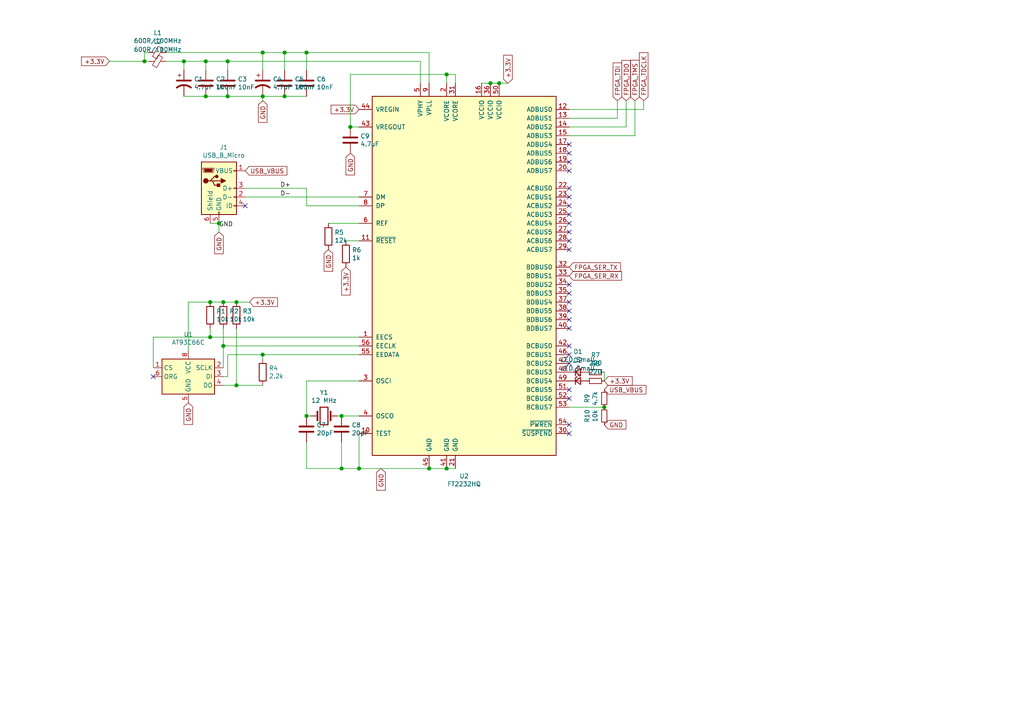
<source format=kicad_sch>
(kicad_sch (version 20200828) (generator eeschema)
  (page 2 8)
  (paper "A4")
  (lib_symbols
    (symbol "Device:C" (pin_numbers hide) (pin_names (offset 0.254))
      (property "Reference" "C" (at 0.635 2.54 0))
      (property "Value" "C" (at 0.635 -2.54 0))
      (symbol "C_0_1"
        (polyline (pts (xy -2.032 -0.762) (xy 2.032 -0.762)) (stroke (width 0.508)))
        (polyline (pts (xy -2.032 0.762) (xy 2.032 0.762)) (stroke (width 0.508)))
      )
      (symbol "C_1_1"
        (pin passive line (at 0 3.81 270) (length 2.794) (name "~") (number "1"))
        (pin passive line (at 0 -3.81 90) (length 2.794) (name "~") (number "2"))
      )
    )
    (symbol "Device:CP1" (pin_numbers hide) (pin_names (offset 0.254) hide)
      (property "Reference" "C" (at 0.635 2.54 0))
      (property "Value" "CP1" (at 0.635 -2.54 0))
      (symbol "CP1_0_1"
        (arc (start -2.032 -1.27) (end 2.032 -1.27) (radius (at 0 -3.81) (length 3.2512) (angles 128.7 51.3)) (stroke (width 0.508)))
        (polyline (pts (xy -2.032 0.762) (xy 2.032 0.762)) (stroke (width 0.508)))
        (polyline (pts (xy -1.778 2.286) (xy -0.762 2.286)))
        (polyline (pts (xy -1.27 1.778) (xy -1.27 2.794)))
      )
      (symbol "CP1_1_1"
        (pin passive line (at 0 3.81 270) (length 2.794) (name "~") (number "1"))
        (pin passive line (at 0 -3.81 90) (length 3.302) (name "~") (number "2"))
      )
    )
    (symbol "Device:Crystal" (pin_numbers hide) (pin_names (offset 1.016) hide)
      (property "Reference" "Y" (at 0 3.81 0))
      (property "Value" "Crystal" (at 0 -3.81 0))
      (symbol "Crystal_0_1"
        (rectangle (start -1.143 2.54) (end 1.143 -2.54) (stroke (width 0.3048)))
        (polyline (pts (xy -2.54 0) (xy -1.905 0)))
        (polyline (pts (xy -1.905 -1.27) (xy -1.905 1.27)) (stroke (width 0.508)))
        (polyline (pts (xy 1.905 -1.27) (xy 1.905 1.27)) (stroke (width 0.508)))
        (polyline (pts (xy 2.54 0) (xy 1.905 0)))
      )
      (symbol "Crystal_1_1"
        (pin passive line (at -3.81 0 0) (length 1.27) (name "1") (number "1"))
        (pin passive line (at 3.81 0 180) (length 1.27) (name "2") (number "2"))
      )
    )
    (symbol "Device:Ferrite_Bead_Small" (pin_numbers hide) (pin_names (offset 0))
      (property "Reference" "FB" (at 1.905 1.27 0))
      (property "Value" "Ferrite_Bead_Small" (at 1.905 -1.27 0))
      (symbol "Ferrite_Bead_Small_0_1"
        (polyline (pts (xy 0 -1.27) (xy 0 -0.7874)))
        (polyline (pts (xy 0 0.889) (xy 0 1.2954)))
        (polyline (pts (xy -1.8288 0.2794) (xy -1.1176 1.4986) (xy 1.8288 -0.2032) (xy 1.1176 -1.4224) (xy -1.8288 0.2794)))
      )
      (symbol "Ferrite_Bead_Small_1_1"
        (pin passive line (at 0 2.54 270) (length 1.27) (name "~") (number "1"))
        (pin passive line (at 0 -2.54 90) (length 1.27) (name "~") (number "2"))
      )
    )
    (symbol "Device:LED_Small" (pin_numbers hide) (pin_names (offset 0.254) hide)
      (property "Reference" "D" (at -1.27 3.175 0))
      (property "Value" "LED_Small" (at -4.445 -2.54 0))
      (symbol "LED_Small_0_1"
        (polyline (pts (xy -0.762 -1.016) (xy -0.762 1.016)) (stroke (width 0.254)))
        (polyline (pts (xy 1.016 0) (xy -0.762 0)))
        (polyline (pts (xy 0.762 -1.016) (xy -0.762 0) (xy 0.762 1.016) (xy 0.762 -1.016)) (stroke (width 0.254)))
        (polyline (pts (xy 0 0.762) (xy -0.508 1.27) (xy -0.254 1.27) (xy -0.508 1.27) (xy -0.508 1.016)))
        (polyline (pts (xy 0.508 1.27) (xy 0 1.778) (xy 0.254 1.778) (xy 0 1.778) (xy 0 1.524)))
      )
      (symbol "LED_Small_1_1"
        (pin passive line (at -2.54 0 0) (length 1.778) (name "K") (number "1"))
        (pin passive line (at 2.54 0 180) (length 1.778) (name "A") (number "2"))
      )
    )
    (symbol "Device:R" (pin_numbers hide) (pin_names (offset 0))
      (property "Reference" "R" (at 2.032 0 90))
      (property "Value" "R" (at 0 0 90))
      (symbol "R_0_1"
        (rectangle (start -1.016 -2.54) (end 1.016 2.54) (stroke (width 0.254)))
      )
      (symbol "R_1_1"
        (pin passive line (at 0 3.81 270) (length 1.27) (name "~") (number "1"))
        (pin passive line (at 0 -3.81 90) (length 1.27) (name "~") (number "2"))
      )
    )
    (symbol "Device:R_Small" (pin_numbers hide) (pin_names (offset 0.254) hide)
      (property "Reference" "R" (at 0.762 0.508 0))
      (property "Value" "R_Small" (at 0.762 -1.016 0))
      (symbol "R_Small_0_1"
        (rectangle (start -0.762 1.778) (end 0.762 -1.778) (stroke (width 0.2032)))
      )
      (symbol "R_Small_1_1"
        (pin passive line (at 0 2.54 270) (length 0.762) (name "~") (number "1"))
        (pin passive line (at 0 -2.54 90) (length 0.762) (name "~") (number "2"))
      )
    )
    (symbol "Fuzzy1:USB_B_Micro" (pin_names (offset 1.016))
      (property "Reference" "J" (at -5.08 11.43 0))
      (property "Value" "USB_B_Micro" (at -5.08 8.89 0))
      (symbol "USB_B_Micro_0_1"
        (circle (center -3.81 2.159) (radius 0.635) (stroke (width 0.254)) (fill (type outline)))
        (circle (center -0.635 3.429) (radius 0.381) (stroke (width 0.254)) (fill (type outline)))
        (rectangle (start -5.08 -7.62) (end 5.08 7.62) (stroke (width 0.254)) (fill (type background)))
        (rectangle (start -0.127 -7.62) (end 0.127 -6.858))
        (rectangle (start 0.254 1.27) (end -0.508 0.508) (stroke (width 0.254)) (fill (type outline)))
        (rectangle (start 5.08 -5.207) (end 4.318 -4.953))
        (rectangle (start 5.08 -2.667) (end 4.318 -2.413))
        (rectangle (start 5.08 -0.127) (end 4.318 0.127))
        (rectangle (start 5.08 4.953) (end 4.318 5.207))
        (polyline (pts (xy -1.905 2.159) (xy 0.635 2.159)) (stroke (width 0.254)))
        (polyline (pts (xy -3.175 2.159) (xy -2.54 2.159) (xy -1.27 3.429) (xy -0.635 3.429)) (stroke (width 0.254)))
        (polyline (pts (xy -2.54 2.159) (xy -1.905 2.159) (xy -1.27 0.889) (xy 0 0.889)) (stroke (width 0.254)))
        (polyline (pts (xy 0.635 2.794) (xy 0.635 1.524) (xy 1.905 2.159) (xy 0.635 2.794)) (stroke (width 0.254)) (fill (type outline)))
        (polyline (pts (xy -4.318 5.588) (xy -1.778 5.588) (xy -2.032 4.826) (xy -4.064 4.826) (xy -4.318 5.588)) (fill (type outline)))
        (polyline (pts (xy -4.699 5.842) (xy -4.699 5.588) (xy -4.445 4.826) (xy -4.445 4.572) (xy -1.651 4.572) (xy -1.651 4.826) (xy -1.397 5.588) (xy -1.397 5.842) (xy -4.699 5.842)))
      )
      (symbol "USB_B_Micro_1_1"
        (pin power_out line (at 7.62 5.08 180) (length 2.54) (name "VBUS") (number "1"))
        (pin passive line (at 7.62 -2.54 180) (length 2.54) (name "D-") (number "2"))
        (pin passive line (at 7.62 0 180) (length 2.54) (name "D+") (number "3"))
        (pin passive line (at 7.62 -5.08 180) (length 2.54) (name "ID") (number "4"))
        (pin power_in line (at 0 -10.16 90) (length 2.54) (name "GND") (number "5"))
        (pin passive line (at -2.54 -10.16 90) (length 2.54) (name "Shield") (number "6"))
      )
    )
    (symbol "Memory_EEPROM:93CxxC"
      (property "Reference" "U" (at -7.62 6.35 0))
      (property "Value" "93CxxC" (at 2.54 -6.35 0))
      (symbol "93CxxC_1_1"
        (rectangle (start -7.62 5.08) (end 7.62 -5.08) (stroke (width 0.254)) (fill (type background)))
        (pin input line (at -10.16 2.54 0) (length 2.54) (name "CS") (number "1"))
        (pin input line (at 10.16 2.54 180) (length 2.54) (name "SCLK") (number "2"))
        (pin input line (at 10.16 0 180) (length 2.54) (name "DI") (number "3"))
        (pin tri_state line (at 10.16 -2.54 180) (length 2.54) (name "DO") (number "4"))
        (pin power_in line (at 0 -7.62 90) (length 2.54) (name "GND") (number "5"))
        (pin input line (at -10.16 0 0) (length 2.54) (name "ORG") (number "6"))
        (pin unconnected line (at -7.62 -2.54 0) (length 2.54) hide (name "NC") (number "7"))
        (pin power_in line (at 0 7.62 270) (length 2.54) (name "VCC") (number "8"))
      )
    )
    (symbol "ft2232hq:FT2232HQ" (pin_names (offset 1.016))
      (property "Reference" "U" (at -26.67 53.34 0))
      (property "Value" "FT2232HQ" (at 19.05 53.34 0))
      (symbol "FT2232HQ_0_1"
        (rectangle (start -26.67 -52.07) (end 26.67 52.07) (stroke (width 0.254)) (fill (type background)))
      )
      (symbol "FT2232HQ_1_1"
        (pin output line (at -30.48 -17.78 0) (length 3.81) (name "EECS") (number "1"))
        (pin input line (at -30.48 -45.72 0) (length 3.81) (name "TEST") (number "10"))
        (pin input line (at -30.48 10.16 0) (length 3.81) (name "~RESET") (number "11"))
        (pin bidirectional line (at 30.48 48.26 180) (length 3.81) (name "ADBUS0") (number "12"))
        (pin bidirectional line (at 30.48 45.72 180) (length 3.81) (name "ADBUS1") (number "13"))
        (pin bidirectional line (at 30.48 43.18 180) (length 3.81) (name "ADBUS2") (number "14"))
        (pin bidirectional line (at 30.48 40.64 180) (length 3.81) (name "ADBUS3") (number "15"))
        (pin power_in line (at 5.08 55.88 270) (length 3.81) (name "VCCIO") (number "16"))
        (pin bidirectional line (at 30.48 38.1 180) (length 3.81) (name "ADBUS4") (number "17"))
        (pin bidirectional line (at 30.48 35.56 180) (length 3.81) (name "ADBUS5") (number "18"))
        (pin bidirectional line (at 30.48 33.02 180) (length 3.81) (name "ADBUS6") (number "19"))
        (pin power_in line (at -5.08 55.88 270) (length 3.81) (name "VCORE") (number "2"))
        (pin bidirectional line (at 30.48 30.48 180) (length 3.81) (name "ADBUS7") (number "20"))
        (pin power_in line (at -2.54 -55.88 90) (length 3.81) (name "GND") (number "21"))
        (pin bidirectional line (at 30.48 25.4 180) (length 3.81) (name "ACBUS0") (number "22"))
        (pin bidirectional line (at 30.48 22.86 180) (length 3.81) (name "ACBUS1") (number "23"))
        (pin bidirectional line (at 30.48 20.32 180) (length 3.81) (name "ACBUS2") (number "24"))
        (pin bidirectional line (at 30.48 17.78 180) (length 3.81) (name "ACBUS3") (number "25"))
        (pin bidirectional line (at 30.48 15.24 180) (length 3.81) (name "ACBUS4") (number "26"))
        (pin bidirectional line (at 30.48 12.7 180) (length 3.81) (name "ACBUS5") (number "27"))
        (pin bidirectional line (at 30.48 10.16 180) (length 3.81) (name "ACBUS6") (number "28"))
        (pin bidirectional line (at 30.48 7.62 180) (length 3.81) (name "ACBUS7") (number "29"))
        (pin input line (at -30.48 -30.48 0) (length 3.81) (name "OSCI") (number "3"))
        (pin output line (at 30.48 -45.72 180) (length 3.81) (name "~SUSPEND") (number "30"))
        (pin power_in line (at -2.54 55.88 270) (length 3.81) (name "VCORE") (number "31"))
        (pin bidirectional line (at 30.48 2.54 180) (length 3.81) (name "BDBUS0") (number "32"))
        (pin bidirectional line (at 30.48 0 180) (length 3.81) (name "BDBUS1") (number "33"))
        (pin bidirectional line (at 30.48 -2.54 180) (length 3.81) (name "BDBUS2") (number "34"))
        (pin bidirectional line (at 30.48 -5.08 180) (length 3.81) (name "BDBUS3") (number "35"))
        (pin power_in line (at 7.62 55.88 270) (length 3.81) (name "VCCIO") (number "36"))
        (pin bidirectional line (at 30.48 -7.62 180) (length 3.81) (name "BDBUS4") (number "37"))
        (pin bidirectional line (at 30.48 -10.16 180) (length 3.81) (name "BDBUS5") (number "38"))
        (pin bidirectional line (at 30.48 -12.7 180) (length 3.81) (name "BDBUS6") (number "39"))
        (pin output line (at -30.48 -40.64 0) (length 3.81) (name "OSCO") (number "4"))
        (pin bidirectional line (at 30.48 -15.24 180) (length 3.81) (name "BDBUS7") (number "40"))
        (pin power_in line (at -5.08 -55.88 90) (length 3.81) (name "GND") (number "41"))
        (pin bidirectional line (at 30.48 -20.32 180) (length 3.81) (name "BCBUS0") (number "42"))
        (pin power_out line (at -30.48 43.18 0) (length 3.81) (name "VREGOUT") (number "43"))
        (pin power_in line (at -30.48 48.26 0) (length 3.81) (name "VREGIN") (number "44"))
        (pin power_in line (at -10.16 -55.88 90) (length 3.81) (name "GND") (number "45"))
        (pin bidirectional line (at 30.48 -22.86 180) (length 3.81) (name "BCBUS1") (number "46"))
        (pin bidirectional line (at 30.48 -25.4 180) (length 3.81) (name "BCBUS2") (number "47"))
        (pin bidirectional line (at 30.48 -27.94 180) (length 3.81) (name "BCBUS3") (number "48"))
        (pin bidirectional line (at 30.48 -30.48 180) (length 3.81) (name "BCBUS4") (number "49"))
        (pin power_in line (at -12.7 55.88 270) (length 3.81) (name "VPHY") (number "5"))
        (pin power_in line (at 10.16 55.88 270) (length 3.81) (name "VCCIO") (number "50"))
        (pin bidirectional line (at 30.48 -33.02 180) (length 3.81) (name "BCBUS5") (number "51"))
        (pin bidirectional line (at 30.48 -35.56 180) (length 3.81) (name "BCBUS6") (number "52"))
        (pin bidirectional line (at 30.48 -38.1 180) (length 3.81) (name "BCBUS7") (number "53"))
        (pin output line (at 30.48 -43.18 180) (length 3.81) (name "~PWREN") (number "54"))
        (pin bidirectional line (at -30.48 -22.86 0) (length 3.81) (name "EEDATA") (number "55"))
        (pin output line (at -30.48 -20.32 0) (length 3.81) (name "EECLK") (number "56"))
        (pin output line (at -30.48 15.24 0) (length 3.81) (name "REF") (number "6"))
        (pin bidirectional line (at -30.48 22.86 0) (length 3.81) (name "DM") (number "7"))
        (pin bidirectional line (at -30.48 20.32 0) (length 3.81) (name "DP") (number "8"))
        (pin input line (at -10.16 55.88 270) (length 3.81) (name "VPLL") (number "9"))
      )
    )
  )
  (junction (at 41.91 17.78) (diameter 1.016))
  (junction (at 53.34 17.78) (diameter 1.016))
  (junction (at 59.69 17.78) (diameter 1.016))
  (junction (at 59.69 27.94) (diameter 1.016))
  (junction (at 60.96 87.63) (diameter 1.016))
  (junction (at 60.96 97.79) (diameter 1.016))
  (junction (at 63.5 64.77) (diameter 1.016))
  (junction (at 64.77 87.63) (diameter 1.016))
  (junction (at 64.77 100.33) (diameter 1.016))
  (junction (at 66.04 17.78) (diameter 1.016))
  (junction (at 66.04 27.94) (diameter 1.016))
  (junction (at 68.58 87.63) (diameter 1.016))
  (junction (at 68.58 111.76) (diameter 1.016))
  (junction (at 76.2 15.24) (diameter 1.016))
  (junction (at 76.2 27.94) (diameter 1.016))
  (junction (at 76.2 102.87) (diameter 1.016))
  (junction (at 82.55 15.24) (diameter 1.016))
  (junction (at 82.55 27.94) (diameter 1.016))
  (junction (at 88.9 15.24) (diameter 1.016))
  (junction (at 88.9 120.65) (diameter 1.016))
  (junction (at 99.06 120.65) (diameter 1.016))
  (junction (at 99.06 135.89) (diameter 1.016))
  (junction (at 101.6 36.83) (diameter 1.016))
  (junction (at 104.14 135.89) (diameter 1.016))
  (junction (at 124.46 135.89) (diameter 1.016))
  (junction (at 129.54 21.59) (diameter 1.016))
  (junction (at 129.54 135.89) (diameter 1.016))
  (junction (at 142.24 24.13) (diameter 1.016))
  (junction (at 144.78 24.13) (diameter 1.016))
  (junction (at 175.26 118.11) (diameter 1.016))
  (no_connect (at 165.1 115.57))
  (no_connect (at 165.1 85.09))
  (no_connect (at 165.1 49.53))
  (no_connect (at 165.1 82.55))
  (no_connect (at 165.1 123.19))
  (no_connect (at 71.12 59.69))
  (no_connect (at 165.1 90.17))
  (no_connect (at 165.1 125.73))
  (no_connect (at 165.1 64.77))
  (no_connect (at 165.1 92.71))
  (no_connect (at 165.1 46.99))
  (no_connect (at 44.45 109.22))
  (no_connect (at 165.1 69.85))
  (no_connect (at 165.1 105.41))
  (no_connect (at 165.1 100.33))
  (no_connect (at 165.1 41.91))
  (no_connect (at 165.1 113.03))
  (no_connect (at 165.1 54.61))
  (no_connect (at 165.1 95.25))
  (no_connect (at 165.1 67.31))
  (no_connect (at 165.1 72.39))
  (no_connect (at 165.1 102.87))
  (no_connect (at 165.1 62.23))
  (no_connect (at 165.1 59.69))
  (no_connect (at 165.1 44.45))
  (no_connect (at 165.1 87.63))
  (no_connect (at 165.1 57.15))
  (wire (pts (xy 31.75 17.78) (xy 41.91 17.78)))
  (wire (pts (xy 41.91 15.24) (xy 43.18 15.24)))
  (wire (pts (xy 41.91 17.78) (xy 41.91 15.24)))
  (wire (pts (xy 41.91 17.78) (xy 43.18 17.78)))
  (wire (pts (xy 44.45 97.79) (xy 60.96 97.79)))
  (wire (pts (xy 44.45 106.68) (xy 44.45 97.79)))
  (wire (pts (xy 48.26 15.24) (xy 76.2 15.24)))
  (wire (pts (xy 48.26 17.78) (xy 53.34 17.78)))
  (wire (pts (xy 53.34 17.78) (xy 53.34 20.32)))
  (wire (pts (xy 54.61 87.63) (xy 54.61 101.6)))
  (wire (pts (xy 59.69 17.78) (xy 53.34 17.78)))
  (wire (pts (xy 59.69 17.78) (xy 59.69 20.32)))
  (wire (pts (xy 59.69 27.94) (xy 53.34 27.94)))
  (wire (pts (xy 60.96 64.77) (xy 63.5 64.77)))
  (wire (pts (xy 60.96 87.63) (xy 54.61 87.63)))
  (wire (pts (xy 60.96 95.25) (xy 60.96 97.79)))
  (wire (pts (xy 60.96 97.79) (xy 104.14 97.79)))
  (wire (pts (xy 63.5 64.77) (xy 63.5 67.31)))
  (wire (pts (xy 64.77 87.63) (xy 60.96 87.63)))
  (wire (pts (xy 64.77 100.33) (xy 64.77 95.25)))
  (wire (pts (xy 64.77 106.68) (xy 64.77 100.33)))
  (wire (pts (xy 64.77 111.76) (xy 68.58 111.76)))
  (wire (pts (xy 66.04 17.78) (xy 59.69 17.78)))
  (wire (pts (xy 66.04 17.78) (xy 121.92 17.78)))
  (wire (pts (xy 66.04 20.32) (xy 66.04 17.78)))
  (wire (pts (xy 66.04 27.94) (xy 59.69 27.94)))
  (wire (pts (xy 66.04 102.87) (xy 66.04 109.22)))
  (wire (pts (xy 66.04 109.22) (xy 64.77 109.22)))
  (wire (pts (xy 68.58 87.63) (xy 64.77 87.63)))
  (wire (pts (xy 68.58 95.25) (xy 68.58 111.76)))
  (wire (pts (xy 68.58 111.76) (xy 76.2 111.76)))
  (wire (pts (xy 71.12 54.61) (xy 88.9 54.61)))
  (wire (pts (xy 71.12 57.15) (xy 104.14 57.15)))
  (wire (pts (xy 72.39 87.63) (xy 68.58 87.63)))
  (wire (pts (xy 76.2 15.24) (xy 82.55 15.24)))
  (wire (pts (xy 76.2 20.32) (xy 76.2 15.24)))
  (wire (pts (xy 76.2 27.94) (xy 66.04 27.94)))
  (wire (pts (xy 76.2 29.21) (xy 76.2 27.94)))
  (wire (pts (xy 76.2 102.87) (xy 66.04 102.87)))
  (wire (pts (xy 76.2 104.14) (xy 76.2 102.87)))
  (wire (pts (xy 82.55 15.24) (xy 88.9 15.24)))
  (wire (pts (xy 82.55 20.32) (xy 82.55 15.24)))
  (wire (pts (xy 82.55 27.94) (xy 76.2 27.94)))
  (wire (pts (xy 88.9 15.24) (xy 124.46 15.24)))
  (wire (pts (xy 88.9 20.32) (xy 88.9 15.24)))
  (wire (pts (xy 88.9 27.94) (xy 82.55 27.94)))
  (wire (pts (xy 88.9 54.61) (xy 88.9 59.69)))
  (wire (pts (xy 88.9 59.69) (xy 104.14 59.69)))
  (wire (pts (xy 88.9 110.49) (xy 104.14 110.49)))
  (wire (pts (xy 88.9 120.65) (xy 88.9 110.49)))
  (wire (pts (xy 88.9 120.65) (xy 90.17 120.65)))
  (wire (pts (xy 88.9 135.89) (xy 88.9 128.27)))
  (wire (pts (xy 95.25 64.77) (xy 104.14 64.77)))
  (wire (pts (xy 99.06 120.65) (xy 97.79 120.65)))
  (wire (pts (xy 99.06 120.65) (xy 104.14 120.65)))
  (wire (pts (xy 99.06 128.27) (xy 99.06 135.89)))
  (wire (pts (xy 99.06 135.89) (xy 88.9 135.89)))
  (wire (pts (xy 100.33 69.85) (xy 104.14 69.85)))
  (wire (pts (xy 101.6 21.59) (xy 129.54 21.59)))
  (wire (pts (xy 101.6 36.83) (xy 101.6 21.59)))
  (wire (pts (xy 104.14 36.83) (xy 101.6 36.83)))
  (wire (pts (xy 104.14 100.33) (xy 64.77 100.33)))
  (wire (pts (xy 104.14 102.87) (xy 76.2 102.87)))
  (wire (pts (xy 104.14 125.73) (xy 104.14 135.89)))
  (wire (pts (xy 104.14 135.89) (xy 99.06 135.89)))
  (wire (pts (xy 104.14 135.89) (xy 124.46 135.89)))
  (wire (pts (xy 121.92 17.78) (xy 121.92 24.13)))
  (wire (pts (xy 124.46 15.24) (xy 124.46 24.13)))
  (wire (pts (xy 124.46 135.89) (xy 129.54 135.89)))
  (wire (pts (xy 129.54 21.59) (xy 132.08 21.59)))
  (wire (pts (xy 129.54 24.13) (xy 129.54 21.59)))
  (wire (pts (xy 129.54 135.89) (xy 132.08 135.89)))
  (wire (pts (xy 132.08 24.13) (xy 132.08 21.59)))
  (wire (pts (xy 139.7 24.13) (xy 142.24 24.13)))
  (wire (pts (xy 142.24 24.13) (xy 144.78 24.13)))
  (wire (pts (xy 144.78 24.13) (xy 147.32 24.13)))
  (wire (pts (xy 165.1 31.75) (xy 186.69 31.75)))
  (wire (pts (xy 165.1 36.83) (xy 181.61 36.83)))
  (wire (pts (xy 165.1 118.11) (xy 175.26 118.11)))
  (wire (pts (xy 175.26 110.49) (xy 175.26 107.95)))
  (wire (pts (xy 179.07 29.21) (xy 179.07 34.29)))
  (wire (pts (xy 179.07 34.29) (xy 165.1 34.29)))
  (wire (pts (xy 181.61 29.21) (xy 181.61 36.83)))
  (wire (pts (xy 184.15 29.21) (xy 184.15 39.37)))
  (wire (pts (xy 184.15 39.37) (xy 165.1 39.37)))
  (wire (pts (xy 186.69 29.21) (xy 186.69 31.75)))
  (label "GND" (at 63.5 66.04 0))
  (label "D+" (at 81.28 54.61 0))
  (label "D-" (at 81.28 57.15 0))
  (global_label "+3.3V" (shape input) (at 31.75 17.78 180))
  (global_label "GND" (shape input) (at 54.61 116.84 270))
  (global_label "GND" (shape input) (at 63.5 67.31 270))
  (global_label "USB_VBUS" (shape input) (at 71.12 49.53 0))
  (global_label "+3.3V" (shape input) (at 72.39 87.63 0))
  (global_label "GND" (shape input) (at 76.2 29.21 270))
  (global_label "GND" (shape input) (at 95.25 72.39 270))
  (global_label "+3.3V" (shape input) (at 100.33 77.47 270))
  (global_label "GND" (shape input) (at 101.6 44.45 270))
  (global_label "+3.3V" (shape input) (at 104.14 31.75 180))
  (global_label "GND" (shape input) (at 110.49 135.89 270))
  (global_label "+3.3V" (shape input) (at 147.32 24.13 90))
  (global_label "FPGA_SER_TX" (shape input) (at 165.1 77.47 0))
  (global_label "FPGA_SER_RX" (shape input) (at 165.1 80.01 0))
  (global_label "+3.3V" (shape input) (at 175.26 110.49 0))
  (global_label "USB_VBUS" (shape input) (at 175.26 113.03 0))
  (global_label "GND" (shape input) (at 175.26 123.19 0))
  (global_label "FPGA_TDI" (shape input) (at 179.07 29.21 90))
  (global_label "FPGA_TDO" (shape input) (at 181.61 29.21 90))
  (global_label "FPGA_TMS" (shape input) (at 184.15 29.21 90))
  (global_label "FPGA_TDCLK" (shape input) (at 186.69 29.21 90))
  (symbol (lib_id "Device:R_Small") (at 172.72 107.95 270) (unit 1)
    (property "Reference" "R7" (at 172.72 102.9716 90))
    (property "Value" "220" (at 172.72 105.283 90))
    (property "Footprint" "Resistor_SMD:R_0603_1608Metric" (effects hide))
  )
  (symbol (lib_id "Device:R_Small") (at 172.72 110.49 270) (unit 1)
    (property "Reference" "R8" (at 172.72 105.5116 90))
    (property "Value" "220" (at 172.72 107.823 90))
    (property "Footprint" "Resistor_SMD:R_0603_1608Metric" (effects hide))
  )
  (symbol (lib_id "Device:R_Small") (at 175.26 115.57 0) (unit 1)
    (property "Reference" "R9" (at 170.2816 115.57 90))
    (property "Value" "4.7k" (at 172.593 115.57 90))
    (property "Footprint" "Resistor_SMD:R_0603_1608Metric" (effects hide))
  )
  (symbol (lib_id "Device:R_Small") (at 175.26 120.65 0) (unit 1)
    (property "Reference" "R10" (at 170.2816 120.65 90))
    (property "Value" "10k" (at 172.593 120.65 90))
    (property "Footprint" "Resistor_SMD:R_0603_1608Metric" (effects hide))
  )
  (symbol (lib_id "Device:LED_Small") (at 167.64 107.95 0) (unit 1)
    (property "Reference" "D1" (at 167.64 101.981 0))
    (property "Value" "LED_Small" (at 167.64 104.2924 0))
    (property "Footprint" "LED_SMD:LED_0603_1608Metric" (effects hide))
  )
  (symbol (lib_id "Device:LED_Small") (at 167.64 110.49 0) (unit 1)
    (property "Reference" "D2" (at 167.64 104.521 0))
    (property "Value" "LED_Small" (at 167.64 106.8324 0))
    (property "Footprint" "LED_SMD:LED_0603_1608Metric" (effects hide))
  )
  (symbol (lib_id "Device:R") (at 60.96 91.44 0) (unit 1)
    (property "Reference" "R1" (at 62.738 90.2716 0) (effects (justify left)))
    (property "Value" "10k" (at 62.738 92.583 0) (effects (justify left)))
    (property "Footprint" "Resistor_SMD:R_0603_1608Metric" (effects hide))
  )
  (symbol (lib_id "Device:R") (at 64.77 91.44 0) (unit 1)
    (property "Reference" "R2" (at 66.548 90.2716 0) (effects (justify left)))
    (property "Value" "10k" (at 66.548 92.583 0) (effects (justify left)))
    (property "Footprint" "Resistor_SMD:R_0603_1608Metric" (effects hide))
  )
  (symbol (lib_id "Device:R") (at 68.58 91.44 0) (unit 1)
    (property "Reference" "R3" (at 70.358 90.2716 0) (effects (justify left)))
    (property "Value" "10k" (at 70.358 92.583 0) (effects (justify left)))
    (property "Footprint" "Resistor_SMD:R_0603_1608Metric" (effects hide))
  )
  (symbol (lib_id "Device:R") (at 76.2 107.95 0) (unit 1)
    (property "Reference" "R4" (at 77.978 106.7816 0) (effects (justify left)))
    (property "Value" "2.2k" (at 77.978 109.093 0) (effects (justify left)))
    (property "Footprint" "Resistor_SMD:R_0603_1608Metric" (effects hide))
  )
  (symbol (lib_id "Device:R") (at 95.25 68.58 0) (unit 1)
    (property "Reference" "R5" (at 97.028 67.4116 0) (effects (justify left)))
    (property "Value" "12k" (at 97.028 69.723 0) (effects (justify left)))
    (property "Footprint" "Resistor_SMD:R_0603_1608Metric" (effects hide))
  )
  (symbol (lib_id "Device:R") (at 100.33 73.66 0) (unit 1)
    (property "Reference" "R6" (at 102.108 72.4916 0) (effects (justify left)))
    (property "Value" "1k" (at 102.108 74.803 0) (effects (justify left)))
    (property "Footprint" "Resistor_SMD:R_0603_1608Metric" (effects hide))
  )
  (symbol (lib_id "Device:Ferrite_Bead_Small") (at 45.72 15.24 90) (unit 1)
    (property "Reference" "L1" (at 45.72 9.525 90))
    (property "Value" "600R/100MHz" (at 45.72 11.8364 90))
    (property "Footprint" "Resistor_SMD:R_0603_1608Metric" (effects hide))
  )
  (symbol (lib_id "Device:Ferrite_Bead_Small") (at 45.72 17.78 90) (unit 1)
    (property "Reference" "L2" (at 45.72 12.065 90))
    (property "Value" "600R/100MHz" (at 45.72 14.3764 90))
    (property "Footprint" "Resistor_SMD:R_0603_1608Metric" (effects hide))
  )
  (symbol (lib_id "Device:CP1") (at 53.34 24.13 0) (unit 1)
    (property "Reference" "C1" (at 56.261 22.9616 0) (effects (justify left)))
    (property "Value" "4.7uF TA" (at 56.261 25.273 0) (effects (justify left)))
    (property "Footprint" "Capacitor_SMD:C_0603_1608Metric" (effects hide))
  )
  (symbol (lib_id "Device:C") (at 59.69 24.13 0) (unit 1)
    (property "Reference" "C2" (at 62.611 22.9616 0) (effects (justify left)))
    (property "Value" "100nF" (at 62.611 25.273 0) (effects (justify left)))
    (property "Footprint" "Capacitor_SMD:C_0603_1608Metric" (effects hide))
  )
  (symbol (lib_id "Device:C") (at 66.04 24.13 0) (unit 1)
    (property "Reference" "C3" (at 68.961 22.9616 0) (effects (justify left)))
    (property "Value" "10nF" (at 68.961 25.273 0) (effects (justify left)))
    (property "Footprint" "Capacitor_SMD:C_0603_1608Metric" (effects hide))
  )
  (symbol (lib_id "Device:CP1") (at 76.2 24.13 0) (unit 1)
    (property "Reference" "C4" (at 79.121 22.9616 0) (effects (justify left)))
    (property "Value" "4.7uF TA" (at 79.121 25.273 0) (effects (justify left)))
    (property "Footprint" "Capacitor_SMD:C_0603_1608Metric" (effects hide))
  )
  (symbol (lib_id "Device:C") (at 82.55 24.13 0) (unit 1)
    (property "Reference" "C5" (at 85.471 22.9616 0) (effects (justify left)))
    (property "Value" "100nF" (at 85.471 25.273 0) (effects (justify left)))
    (property "Footprint" "Capacitor_SMD:C_0603_1608Metric" (effects hide))
  )
  (symbol (lib_id "Device:C") (at 88.9 24.13 0) (unit 1)
    (property "Reference" "C6" (at 91.821 22.9616 0) (effects (justify left)))
    (property "Value" "10nF" (at 91.821 25.273 0) (effects (justify left)))
    (property "Footprint" "Capacitor_SMD:C_0603_1608Metric" (effects hide))
  )
  (symbol (lib_id "Device:C") (at 88.9 124.46 0) (unit 1)
    (property "Reference" "C7" (at 91.821 123.2916 0) (effects (justify left)))
    (property "Value" "20pF" (at 91.821 125.603 0) (effects (justify left)))
    (property "Footprint" "Capacitor_SMD:C_0603_1608Metric" (effects hide))
  )
  (symbol (lib_id "Device:C") (at 99.06 124.46 0) (unit 1)
    (property "Reference" "C8" (at 101.981 123.2916 0) (effects (justify left)))
    (property "Value" "20pF" (at 101.981 125.603 0) (effects (justify left)))
    (property "Footprint" "Capacitor_SMD:C_0603_1608Metric" (effects hide))
  )
  (symbol (lib_id "Device:C") (at 101.6 40.64 0) (unit 1)
    (property "Reference" "C9" (at 104.521 39.4716 0) (effects (justify left)))
    (property "Value" "4.7uF" (at 104.521 41.783 0) (effects (justify left)))
    (property "Footprint" "Capacitor_SMD:C_0603_1608Metric" (effects hide))
  )
  (symbol (lib_id "Device:Crystal") (at 93.98 120.65 0) (unit 1)
    (property "Reference" "Y1" (at 93.98 113.8428 0))
    (property "Value" "12 MHz" (at 93.98 116.1542 0))
    (property "Footprint" "Crystal:Crystal_SMD_HC49-SD" (effects hide))
  )
  (symbol (lib_id "Fuzzy1:USB_B_Micro") (at 63.5 54.61 0) (unit 1)
    (property "Reference" "J1" (at 64.897 42.7482 0))
    (property "Value" "USB_B_Micro" (at 64.897 45.0596 0))
    (property "Footprint" "Connector_USB:USB_Micro-B_Molex_47346-0001" (effects hide))
  )
  (symbol (lib_id "Memory_EEPROM:93CxxC") (at 54.61 109.22 0) (unit 1)
    (property "Reference" "U1" (at 54.61 97.0026 0))
    (property "Value" "AT93C66C" (at 54.61 99.314 0))
    (property "Footprint" "Package_SO:SOIC-8_3.9x4.9mm_P1.27mm" (effects hide))
    (property "Datasheet" "http://ww1.microchip.com/downloads/en/DeviceDoc/20001749K.pdf" (effects hide))
  )
  (symbol (lib_id "ft2232hq:FT2232HQ") (at 134.62 80.01 0) (unit 1)
    (property "Reference" "U2" (at 134.62 138.0744 0))
    (property "Value" "FT2232HQ" (at 134.62 140.3858 0))
    (property "Footprint" "FuzzyDuck:VQFN-56-ftdi2232h-56q" (effects hide))
  )
)
</source>
